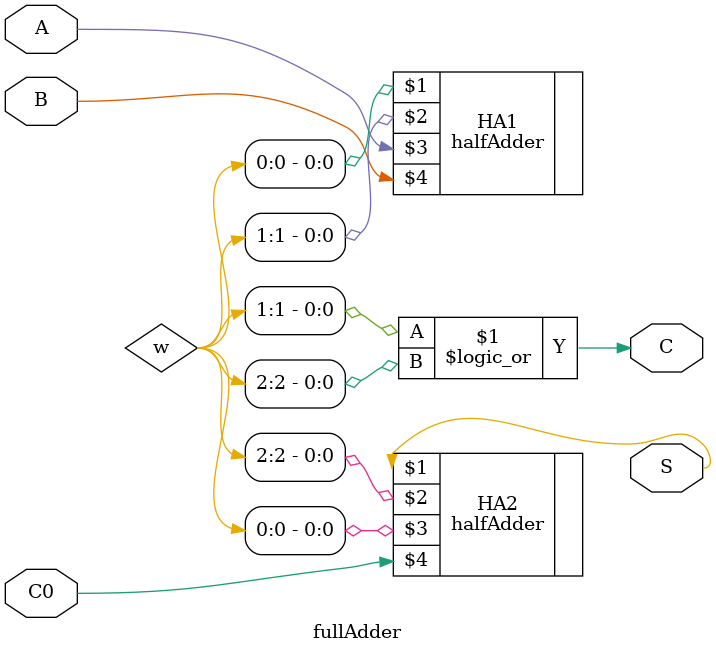
<source format=v>
module fullAdder(S, C, A, B, C0);

input A, B, C0;
output S, C;
wire [2:0]w;

halfAdder HA1(w[0], w[1], A, B);
halfAdder HA2(S, w[2], w[0], C0);

assign C = w[1]||w[2];

endmodule

</source>
